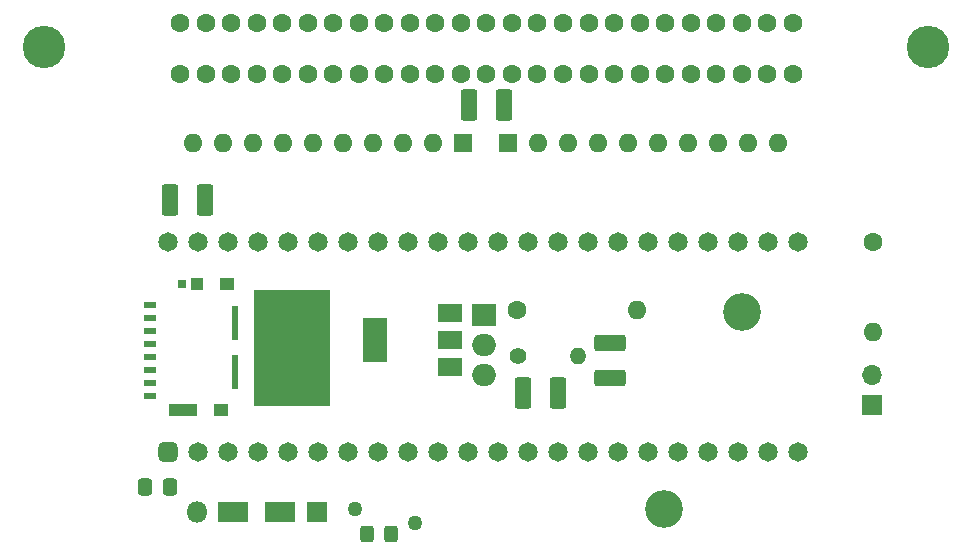
<source format=gbr>
%TF.GenerationSoftware,KiCad,Pcbnew,6.0.5-a6ca702e91~116~ubuntu21.10.1*%
%TF.CreationDate,2022-08-24T06:26:20-06:00*%
%TF.ProjectId,Centronics50_F4Lite_THTV1_1,43656e74-726f-46e6-9963-7335305f4634,rev?*%
%TF.SameCoordinates,Original*%
%TF.FileFunction,Soldermask,Bot*%
%TF.FilePolarity,Negative*%
%FSLAX46Y46*%
G04 Gerber Fmt 4.6, Leading zero omitted, Abs format (unit mm)*
G04 Created by KiCad (PCBNEW 6.0.5-a6ca702e91~116~ubuntu21.10.1) date 2022-08-24 06:26:20*
%MOMM*%
%LPD*%
G01*
G04 APERTURE LIST*
G04 Aperture macros list*
%AMRoundRect*
0 Rectangle with rounded corners*
0 $1 Rounding radius*
0 $2 $3 $4 $5 $6 $7 $8 $9 X,Y pos of 4 corners*
0 Add a 4 corners polygon primitive as box body*
4,1,4,$2,$3,$4,$5,$6,$7,$8,$9,$2,$3,0*
0 Add four circle primitives for the rounded corners*
1,1,$1+$1,$2,$3*
1,1,$1+$1,$4,$5*
1,1,$1+$1,$6,$7*
1,1,$1+$1,$8,$9*
0 Add four rect primitives between the rounded corners*
20,1,$1+$1,$2,$3,$4,$5,0*
20,1,$1+$1,$4,$5,$6,$7,0*
20,1,$1+$1,$6,$7,$8,$9,0*
20,1,$1+$1,$8,$9,$2,$3,0*%
G04 Aperture macros list end*
%ADD10C,0.100000*%
%ADD11C,3.200000*%
%ADD12C,1.270000*%
%ADD13R,1.600000X1.600000*%
%ADD14O,1.600000X1.600000*%
%ADD15R,1.800000X1.800000*%
%ADD16O,1.800000X1.800000*%
%ADD17RoundRect,0.412500X0.412500X-0.412500X0.412500X0.412500X-0.412500X0.412500X-0.412500X-0.412500X0*%
%ADD18C,1.650000*%
%ADD19C,3.600000*%
%ADD20C,1.600000*%
%ADD21R,1.700000X1.700000*%
%ADD22O,1.700000X1.700000*%
%ADD23RoundRect,0.250001X-0.462499X-1.074999X0.462499X-1.074999X0.462499X1.074999X-0.462499X1.074999X0*%
%ADD24R,0.550000X2.910000*%
%ADD25R,1.000000X0.500000*%
%ADD26R,0.780000X0.720000*%
%ADD27R,1.200000X1.050000*%
%ADD28R,2.390000X1.050000*%
%ADD29R,1.080000X1.050000*%
%ADD30RoundRect,0.250001X-1.074999X0.462499X-1.074999X-0.462499X1.074999X-0.462499X1.074999X0.462499X0*%
%ADD31C,1.400000*%
%ADD32O,1.400000X1.400000*%
%ADD33O,3.500000X3.500000*%
%ADD34R,2.000000X1.905000*%
%ADD35O,2.000000X1.905000*%
%ADD36RoundRect,0.250001X0.462499X1.074999X-0.462499X1.074999X-0.462499X-1.074999X0.462499X-1.074999X0*%
%ADD37RoundRect,0.250000X-0.337500X-0.475000X0.337500X-0.475000X0.337500X0.475000X-0.337500X0.475000X0*%
%ADD38R,2.000000X1.500000*%
%ADD39R,2.000000X3.800000*%
%ADD40RoundRect,0.250000X-0.325000X-0.450000X0.325000X-0.450000X0.325000X0.450000X-0.325000X0.450000X0*%
%ADD41R,2.500000X1.800000*%
G04 APERTURE END LIST*
D10*
G36*
X122847100Y-70335140D02*
G01*
X116497099Y-70335139D01*
X116497100Y-60619640D01*
X122847100Y-60619640D01*
X122847100Y-70335140D01*
G37*
X122847100Y-70335140D02*
X116497099Y-70335139D01*
X116497100Y-60619640D01*
X122847100Y-60619640D01*
X122847100Y-70335140D01*
D11*
%TO.C,REF\u002A\u002A*%
X151221440Y-79131160D03*
%TD*%
%TO.C,REF\u002A\u002A*%
X157802580Y-62514480D03*
%TD*%
D12*
%TO.C,F1*%
X125051820Y-79184500D03*
X130131820Y-80327500D03*
%TD*%
D13*
%TO.C,RN1*%
X134251700Y-48204120D03*
D14*
X131711700Y-48204120D03*
X129171700Y-48204120D03*
X126631700Y-48204120D03*
X124091700Y-48204120D03*
X121551700Y-48204120D03*
X119011700Y-48204120D03*
X116471700Y-48204120D03*
X113931700Y-48204120D03*
X111391700Y-48204120D03*
%TD*%
D13*
%TO.C,RN2*%
X138061700Y-48204120D03*
D14*
X140601700Y-48204120D03*
X143141700Y-48204120D03*
X145681700Y-48204120D03*
X148221700Y-48204120D03*
X150761700Y-48204120D03*
X153301700Y-48204120D03*
X155841700Y-48204120D03*
X158381700Y-48204120D03*
X160921700Y-48204120D03*
%TD*%
D15*
%TO.C,D2*%
X121864120Y-79413100D03*
D16*
X111704120Y-79413100D03*
%TD*%
D17*
%TO.C,U2*%
X109216095Y-74293742D03*
D18*
X111756095Y-74293742D03*
X114296095Y-74293742D03*
X116836095Y-74293742D03*
X119376095Y-74293742D03*
X121916095Y-74293742D03*
X124456095Y-74293742D03*
X126996095Y-74293742D03*
X129536095Y-74293742D03*
X132076095Y-74293742D03*
X134616095Y-74293742D03*
X137156095Y-74293742D03*
X139696095Y-74293742D03*
X142236095Y-74293742D03*
X144776095Y-74293742D03*
X147316095Y-74293742D03*
X149856095Y-74293742D03*
X152396095Y-74293742D03*
X154936095Y-74293742D03*
X157476095Y-74293742D03*
X160016095Y-74293742D03*
X162556095Y-74293742D03*
X162556095Y-56513742D03*
X160016095Y-56513742D03*
X157476095Y-56513742D03*
X154936095Y-56513742D03*
X152396095Y-56513742D03*
X149856095Y-56513742D03*
X147316095Y-56513742D03*
X144776095Y-56513742D03*
X142236095Y-56513742D03*
X139696095Y-56513742D03*
X137156095Y-56513742D03*
X134616095Y-56513742D03*
X132076095Y-56513742D03*
X129536095Y-56513742D03*
X126996095Y-56513742D03*
X124456095Y-56513742D03*
X121916095Y-56513742D03*
X119376095Y-56513742D03*
X116836095Y-56513742D03*
X114296095Y-56513742D03*
X111756095Y-56513742D03*
X109216095Y-56513742D03*
%TD*%
D19*
%TO.C,U3*%
X98782500Y-39998460D03*
X173632500Y-39998460D03*
D20*
X162127500Y-42288460D03*
X159967500Y-42288460D03*
X157807500Y-42288460D03*
X155647500Y-42288460D03*
X153487500Y-42288460D03*
X151327500Y-42288460D03*
X149167500Y-42288460D03*
X147007500Y-42288460D03*
X144847500Y-42288460D03*
X142687500Y-42288460D03*
X140527500Y-42288460D03*
X138367500Y-42288460D03*
X136207500Y-42288460D03*
X134047500Y-42288460D03*
X131887500Y-42288460D03*
X129727500Y-42288460D03*
X127567500Y-42288460D03*
X125407500Y-42288460D03*
X123247500Y-42288460D03*
X121087500Y-42288460D03*
X118927500Y-42288460D03*
X116767500Y-42288460D03*
X114607500Y-42288460D03*
X112447500Y-42288460D03*
X110287500Y-42288460D03*
X162127500Y-37998460D03*
X159967500Y-37998460D03*
X157807500Y-37998460D03*
X155647500Y-37998460D03*
X153487500Y-37998460D03*
X151327500Y-37998460D03*
X149167500Y-37998460D03*
X147007500Y-37998460D03*
X144847500Y-37998460D03*
X142687500Y-37998460D03*
X140527500Y-37998460D03*
X138367500Y-37998460D03*
X136207500Y-37998460D03*
X134047500Y-37998460D03*
X131887500Y-37998460D03*
X129727500Y-37998460D03*
X127567500Y-37998460D03*
X125407500Y-37998460D03*
X123247500Y-37998460D03*
X121087500Y-37998460D03*
X118927500Y-37998460D03*
X116767500Y-37998460D03*
X114607500Y-37998460D03*
X112447500Y-37998460D03*
X110287500Y-37998460D03*
%TD*%
D21*
%TO.C,J3*%
X168854120Y-70307200D03*
D22*
X168854120Y-67767200D03*
%TD*%
D20*
%TO.C,R3*%
X168935400Y-56545480D03*
D14*
X168935400Y-64165480D03*
%TD*%
D23*
%TO.C,C2*%
X139330335Y-69302643D03*
X142305335Y-69302643D03*
%TD*%
%TO.C,C3*%
X134733640Y-44937680D03*
X137708640Y-44937680D03*
%TD*%
D24*
%TO.C,J5*%
X114943573Y-63398602D03*
X114943573Y-67588602D03*
D25*
X107708573Y-61893602D03*
X107708573Y-62993602D03*
X107708573Y-64093602D03*
X107708573Y-65193602D03*
X107708573Y-66293602D03*
X107708573Y-67393602D03*
X107708573Y-68493602D03*
X107708573Y-69593602D03*
D26*
X110388573Y-60133602D03*
D27*
X113698573Y-70768602D03*
D28*
X110513573Y-70768602D03*
D27*
X114268573Y-60123602D03*
D29*
X111658573Y-60133602D03*
%TD*%
D30*
%TO.C,C1*%
X146696334Y-65121142D03*
X146696334Y-68096142D03*
%TD*%
D20*
%TO.C,R1*%
X138758834Y-62317642D03*
D14*
X148918834Y-62317642D03*
%TD*%
D31*
%TO.C,R2*%
X138885834Y-66191144D03*
D32*
X143965834Y-66191144D03*
%TD*%
D33*
%TO.C,U1*%
X119368334Y-65238644D03*
D34*
X136028334Y-62698644D03*
D35*
X136028334Y-65238644D03*
X136028334Y-67778644D03*
%TD*%
D36*
%TO.C,C4*%
X112364520Y-52971700D03*
X109389520Y-52971700D03*
%TD*%
D37*
%TO.C,C5*%
X107297400Y-77266800D03*
X109372400Y-77266800D03*
%TD*%
D38*
%TO.C,U4*%
X133096400Y-62571600D03*
D39*
X126796400Y-64871600D03*
D38*
X133096400Y-64871600D03*
X133096400Y-67171600D03*
%TD*%
D40*
%TO.C,F2*%
X126076600Y-81229200D03*
X128126600Y-81229200D03*
%TD*%
D41*
%TO.C,D1*%
X118719600Y-79400400D03*
X114719600Y-79400400D03*
%TD*%
M02*

</source>
